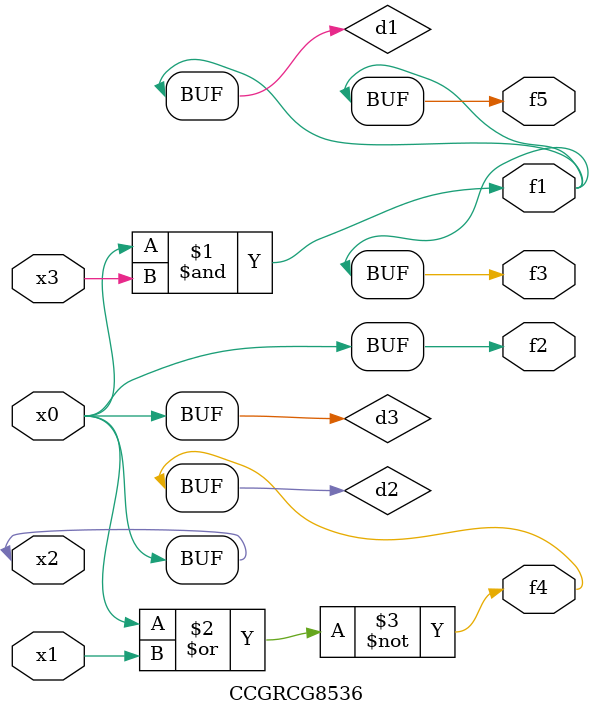
<source format=v>
module CCGRCG8536(
	input x0, x1, x2, x3,
	output f1, f2, f3, f4, f5
);

	wire d1, d2, d3;

	and (d1, x2, x3);
	nor (d2, x0, x1);
	buf (d3, x0, x2);
	assign f1 = d1;
	assign f2 = d3;
	assign f3 = d1;
	assign f4 = d2;
	assign f5 = d1;
endmodule

</source>
